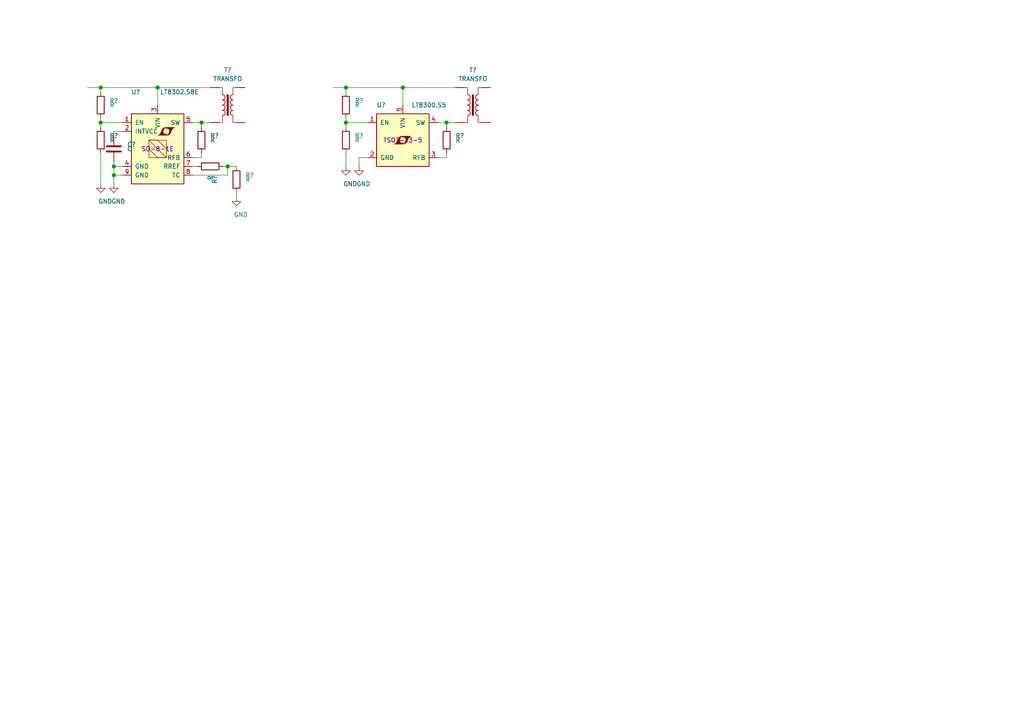
<source format=kicad_sch>
(kicad_sch (version 20201015) (generator eeschema)
  (paper "A4")
  (lib_symbols
    (symbol "ADI_Power:LT8300.S5" (pin_names (offset 1.016))
      (property "Reference" "U" (at -7.62 8.89 0))
      (property "Value" "LT8300.S5" (at 1.27 8.89 0))
      (property "Datasheet" "http://www.linear.com/product/LT8300" (at 15.24 -27.94 0))
      (symbol "LT8300.S5_0_0"
        (polyline (pts (xy 0.2032 -0.9906) (xy 0.2286 -0.9652) (xy 0.2794 -0.8636) (xy 0.2794 -0.8382) (xy 0.1524 -0.8382) (xy 0.0508 -0.8128) (xy -0.4064 -0.8128) (xy -0.4318 -0.7874) (xy -0.6858 -0.6604) (xy -0.7874 -0.5588) (xy -0.8636 -0.4318) (xy -0.9144 -0.3302) (xy -0.9144 -0.0254) (xy -0.8636 0.127) (xy -0.8382 0.2286) (xy -0.8128 0.3048) (xy -0.762 0.4318) (xy -0.7112 0.5842) (xy -0.635 0.7112) (xy -0.5842 0.8382) (xy -0.508 0.9398) (xy -0.4572 1.0414) (xy -0.3302 1.1684) (xy -0.508 1.1684) (xy -0.635 1.1176) (xy -0.7366 1.0668) (xy -0.8128 1.016) (xy -0.9398 0.9144) (xy -1.1176 0.7366) (xy -1.3716 0.2794) (xy -1.4732 0) (xy -1.4732 -0.0508) (xy -1.524 -0.1524) (xy -1.5748 -0.2794) (xy -1.6256 -0.381) (xy -1.7526 -0.5588) (xy -1.905 -0.762) (xy -2.0574 -0.9144) (xy -2.2098 -1.0414) (xy -2.3876 -1.1176) (xy -2.54 -1.1684) (xy 0.127 -1.1684) (xy 0.2032 -0.9906)) (stroke (width 0.0254)) (fill (type outline)))
        (polyline (pts (xy 0.4064 -1.143) (xy 0.4826 -1.143) (xy 0.6604 -1.0668) (xy 0.8128 -0.9652) (xy 1.0922 -0.6858) (xy 1.2192 -0.4826) (xy 1.3208 -0.2794) (xy 1.397 -0.0254) (xy 1.4224 -0.0254) (xy 1.4986 0.2286) (xy 1.7526 0.635) (xy 1.905 0.8128) (xy 2.0574 0.9652) (xy 2.2098 1.0668) (xy 2.3876 1.143) (xy 2.413 1.143) (xy 2.413 1.1684) (xy -0.1524 1.1684) (xy -0.2286 1.016) (xy -0.254 0.9906) (xy -0.3048 0.889) (xy -0.3302 0.8636) (xy -0.2794 0.8636) (xy -0.2286 0.8382) (xy 0.3048 0.8382) (xy 0.3556 0.8128) (xy 0.4064 0.8128) (xy 0.4826 0.7874) (xy 0.6096 0.7112) (xy 0.7366 0.6096) (xy 0.8128 0.4826) (xy 0.8382 0.4318) (xy 0.8636 0.4064) (xy 0.8636 0) (xy 0.8382 -0.0508) (xy 0.8382 -0.127) (xy 0.7874 -0.2286) (xy 0.762 -0.3556) (xy 0.6858 -0.508) (xy 0.635 -0.6604) (xy 0.4826 -0.9144) (xy 0.4318 -1.016) (xy 0.2794 -1.1684) (xy 0.4064 -1.143)) (stroke (width 0.0254)) (fill (type outline)))
      )
      (symbol "LT8300.S5_0_1"
        (rectangle (start -7.62 7.62) (end 7.62 -7.62) (stroke (width 0.254)) (fill (type background)))
      )
      (symbol "LT8300.S5_1_1"
        (pin input line (at -10.16 5.08 0) (length 2.54) (name "EN") (number "1"))
        (pin power_in line (at -10.16 -5.08 0) (length 2.54) (name "GND") (number "2"))
        (pin passive line (at 10.16 -5.08 180) (length 2.54) (name "RFB") (number "3"))
        (pin passive line (at 10.16 5.08 180) (length 2.54) (name "SW") (number "4"))
        (pin power_in line (at 0 10.16 270) (length 2.54) (name "VIN") (number "5"))
      )
    )
    (symbol "ADI_Power:LT8302.S8E" (pin_names (offset 1.016))
      (property "Reference" "U" (at -7.62 11.43 0))
      (property "Value" "LT8302.S8E" (at 1.27 11.43 0))
      (property "Datasheet" "http://www.linear.com/product/LT8302" (at 15.24 -20.32 0))
      (symbol "LT8302.S8E_0_0"
        (polyline (pts (xy 2.7432 4.0894) (xy 2.7686 4.1148) (xy 2.8194 4.2164) (xy 2.8194 4.2418) (xy 2.6924 4.2418) (xy 2.5908 4.2672) (xy 2.1336 4.2672) (xy 2.1082 4.2926) (xy 1.8542 4.4196) (xy 1.7526 4.5212) (xy 1.6764 4.6482) (xy 1.6256 4.7498) (xy 1.6256 5.0546) (xy 1.6764 5.207) (xy 1.7018 5.3086) (xy 1.7272 5.3848) (xy 1.778 5.5118) (xy 1.8288 5.6642) (xy 1.905 5.7912) (xy 1.9558 5.9182) (xy 2.032 6.0198) (xy 2.0828 6.1214) (xy 2.2098 6.2484) (xy 2.032 6.2484) (xy 1.905 6.1976) (xy 1.8034 6.1468) (xy 1.7272 6.096) (xy 1.6002 5.9944) (xy 1.4224 5.8166) (xy 1.1684 5.3594) (xy 1.0668 5.08) (xy 1.0668 5.0292) (xy 1.016 4.9276) (xy 0.9652 4.8006) (xy 0.9144 4.699) (xy 0.7874 4.5212) (xy 0.635 4.318) (xy 0.4826 4.1656) (xy 0.3302 4.0386) (xy 0.1524 3.9624) (xy 0 3.9116) (xy 2.667 3.9116) (xy 2.7432 4.0894)) (stroke (width 0.0254)) (fill (type outline)))
        (polyline (pts (xy 2.9464 3.937) (xy 3.0226 3.937) (xy 3.2004 4.0132) (xy 3.3528 4.1148) (xy 3.6322 4.3942) (xy 3.7592 4.5974) (xy 3.8608 4.8006) (xy 3.937 5.0546) (xy 3.9624 5.0546) (xy 4.0386 5.3086) (xy 4.2926 5.715) (xy 4.445 5.8928) (xy 4.5974 6.0452) (xy 4.7498 6.1468) (xy 4.9276 6.223) (xy 4.953 6.223) (xy 4.953 6.2484) (xy 2.3876 6.2484) (xy 2.3114 6.096) (xy 2.286 6.0706) (xy 2.2352 5.969) (xy 2.2098 5.9436) (xy 2.2606 5.9436) (xy 2.3114 5.9182) (xy 2.8448 5.9182) (xy 2.8956 5.8928) (xy 2.9464 5.8928) (xy 3.0226 5.8674) (xy 3.1496 5.7912) (xy 3.2766 5.6896) (xy 3.3528 5.5626) (xy 3.3782 5.5118) (xy 3.4036 5.4864) (xy 3.4036 5.08) (xy 3.3782 5.0292) (xy 3.3782 4.953) (xy 3.3274 4.8514) (xy 3.302 4.7244) (xy 3.2258 4.572) (xy 3.175 4.4196) (xy 3.0226 4.1656) (xy 2.9718 4.064) (xy 2.8194 3.9116) (xy 2.9464 3.937)) (stroke (width 0.0254)) (fill (type outline)))
      )
      (symbol "LT8302.S8E_0_1"
        (rectangle (start -7.62 10.16) (end 7.62 -10.16) (stroke (width 0.254)) (fill (type background)))
        (rectangle (start -2.54 2.54) (end 2.54 -2.54))
        (polyline (pts (xy -2.54 0) (xy 0 -2.54) (xy 2.54 -2.54) (xy -2.54 2.54) (xy 0 2.54) (xy 2.54 0)))
      )
      (symbol "LT8302.S8E_1_1"
        (pin input line (at -10.16 7.62 0) (length 2.54) (name "EN") (number "1"))
        (pin passive line (at -10.16 5.08 0) (length 2.54) (name "INTVCC") (number "2"))
        (pin power_in line (at 0 12.7 270) (length 2.54) (name "VIN") (number "3"))
        (pin power_in line (at -10.16 -5.08 0) (length 2.54) (name "GND") (number "4"))
        (pin passive line (at 10.16 7.62 180) (length 2.54) (name "SW") (number "5"))
        (pin passive line (at 10.16 -2.54 180) (length 2.54) (name "RFB") (number "6"))
        (pin passive line (at 10.16 -5.08 180) (length 2.54) (name "RREF") (number "7"))
        (pin passive line (at 10.16 -7.62 180) (length 2.54) (name "TC") (number "8"))
        (pin power_in line (at -10.16 -7.62 0) (length 2.54) (name "GND") (number "9"))
      )
    )
    (symbol "Device:C" (pin_numbers hide) (pin_names (offset 0.254))
      (property "Reference" "C" (at 0.635 2.54 0))
      (property "Value" "C" (at 0.635 -2.54 0))
      (symbol "C_0_1"
        (polyline (pts (xy -2.032 -0.762) (xy 2.032 -0.762)) (stroke (width 0.508)))
        (polyline (pts (xy -2.032 0.762) (xy 2.032 0.762)) (stroke (width 0.508)))
      )
      (symbol "C_1_1"
        (pin passive line (at 0 3.81 270) (length 2.794) (name "~") (number "1"))
        (pin passive line (at 0 -3.81 90) (length 2.794) (name "~") (number "2"))
      )
    )
    (symbol "Device:R" (pin_numbers hide) (pin_names (offset 0))
      (property "Reference" "R" (at 2.032 0 90))
      (property "Value" "R" (at 0 0 90))
      (symbol "R_0_1"
        (rectangle (start -1.016 -2.54) (end 1.016 2.54) (stroke (width 0.254)))
      )
      (symbol "R_1_1"
        (pin passive line (at 0 3.81 270) (length 1.27) (name "~") (number "1"))
        (pin passive line (at 0 -3.81 90) (length 1.27) (name "~") (number "2"))
      )
    )
    (symbol "Transformer:TRANSF1" (pin_numbers hide) (pin_names (offset 0))
      (property "Reference" "TR" (at 0 6.35 0))
      (property "Value" "TRANSF1" (at 0 -6.35 0))
      (symbol "TRANSF1_0_1"
        (arc (start -1.524 -3.048) (end -1.524 -1.524) (radius (at -1.524 -2.286) (length 0.762) (angles -89.9 89.9)) (stroke (width 0.2032)))
        (arc (start -1.524 -1.524) (end -1.524 0) (radius (at -1.524 -0.762) (length 0.762) (angles -89.9 89.9)) (stroke (width 0.2032)))
        (arc (start -1.524 0) (end -1.524 1.524) (radius (at -1.524 0.762) (length 0.762) (angles -89.9 89.9)) (stroke (width 0.2032)))
        (arc (start -1.524 1.524) (end -1.524 3.048) (radius (at -1.524 2.286) (length 0.762) (angles -89.9 89.9)) (stroke (width 0.2032)))
        (arc (start 1.524 -1.524) (end 1.524 -3.048) (radius (at 1.524 -2.286) (length 0.762) (angles 90.1 -90.1)) (stroke (width 0.2032)))
        (arc (start 1.524 0) (end 1.524 -1.524) (radius (at 1.524 -0.762) (length 0.762) (angles 90.1 -90.1)) (stroke (width 0.2032)))
        (arc (start 1.524 1.524) (end 1.524 0) (radius (at 1.524 0.762) (length 0.762) (angles 90.1 -90.1)) (stroke (width 0.2032)))
        (arc (start 1.524 3.048) (end 1.524 1.524) (radius (at 1.524 2.286) (length 0.762) (angles 90.1 -90.1)) (stroke (width 0.2032)))
        (rectangle (start -0.254 3.048) (end 0.254 -3.048) (stroke (width 0.0254)) (fill (type outline)))
        (polyline (pts (xy -2.54 5.08) (xy -1.524 5.08) (xy -1.524 3.048) (xy -1.524 3.048)) (stroke (width 0.1524)))
        (polyline (pts (xy -1.524 -3.048) (xy -1.524 -5.08) (xy -2.54 -5.08) (xy -2.54 -5.08)) (stroke (width 0.1524)))
        (polyline (pts (xy 1.524 3.048) (xy 1.524 5.08) (xy 2.54 5.08) (xy 2.54 5.08)) (stroke (width 0.1524)))
        (polyline (pts (xy 2.54 -5.08) (xy 1.524 -5.08) (xy 1.524 -3.048) (xy 1.524 -3.048)) (stroke (width 0.1524)))
      )
      (symbol "TRANSF1_1_1"
        (pin passive line (at -5.08 5.08 0) (length 2.54) (name "~") (number "1"))
        (pin passive line (at -5.08 -5.08 0) (length 2.54) (name "~") (number "2"))
        (pin passive line (at 5.08 -5.08 180) (length 2.54) (name "~") (number "3"))
        (pin passive line (at 5.08 5.08 180) (length 2.54) (name "~") (number "4"))
      )
    )
    (symbol "power:GND" (power) (pin_names (offset 0))
      (property "Value" "GND" (at 0 -3.81 0))
      (symbol "GND_0_1"
        (polyline (pts (xy 0 0) (xy 0 -1.27) (xy 1.27 -1.27) (xy 0 -2.54) (xy -1.27 -1.27) (xy 0 -1.27)))
      )
      (symbol "GND_1_1"
        (pin power_in line (at 0 0 270) (length 0) hide (name "GND") (number "1"))
      )
    )
  )
  (junction (at 29.21 25.4) (diameter 1.016))
  (junction (at 29.21 35.56) (diameter 1.016))
  (junction (at 33.02 48.26) (diameter 1.016))
  (junction (at 33.02 50.8) (diameter 1.016))
  (junction (at 45.72 25.4) (diameter 1.016))
  (junction (at 58.42 35.56) (diameter 1.016))
  (junction (at 66.04 48.26) (diameter 1.016))
  (junction (at 100.33 25.4) (diameter 1.016))
  (junction (at 100.33 35.56) (diameter 1.016))
  (junction (at 116.84 25.4) (diameter 1.016))
  (junction (at 129.54 35.56) (diameter 1.016))
  (wire (pts (xy 25.4 25.4) (xy 29.21 25.4)))
  (wire (pts (xy 29.21 25.4) (xy 29.21 26.67)))
  (wire (pts (xy 29.21 25.4) (xy 45.72 25.4)))
  (wire (pts (xy 29.21 34.29) (xy 29.21 35.56)))
  (wire (pts (xy 29.21 35.56) (xy 29.21 36.83)))
  (wire (pts (xy 29.21 44.45) (xy 29.21 53.34)))
  (wire (pts (xy 33.02 38.1) (xy 33.02 39.37)))
  (wire (pts (xy 33.02 46.99) (xy 33.02 48.26)))
  (wire (pts (xy 33.02 48.26) (xy 33.02 50.8)))
  (wire (pts (xy 33.02 50.8) (xy 33.02 53.34)))
  (wire (pts (xy 35.56 35.56) (xy 29.21 35.56)))
  (wire (pts (xy 35.56 38.1) (xy 33.02 38.1)))
  (wire (pts (xy 35.56 48.26) (xy 33.02 48.26)))
  (wire (pts (xy 35.56 50.8) (xy 33.02 50.8)))
  (wire (pts (xy 45.72 25.4) (xy 60.96 25.4)))
  (wire (pts (xy 45.72 30.48) (xy 45.72 25.4)))
  (wire (pts (xy 55.88 35.56) (xy 58.42 35.56)))
  (wire (pts (xy 55.88 45.72) (xy 58.42 45.72)))
  (wire (pts (xy 55.88 48.26) (xy 57.15 48.26)))
  (wire (pts (xy 55.88 50.8) (xy 66.04 50.8)))
  (wire (pts (xy 58.42 35.56) (xy 58.42 36.83)))
  (wire (pts (xy 58.42 35.56) (xy 60.96 35.56)))
  (wire (pts (xy 58.42 45.72) (xy 58.42 44.45)))
  (wire (pts (xy 64.77 48.26) (xy 66.04 48.26)))
  (wire (pts (xy 66.04 48.26) (xy 68.58 48.26)))
  (wire (pts (xy 66.04 50.8) (xy 66.04 48.26)))
  (wire (pts (xy 68.58 55.88) (xy 68.58 57.15)))
  (wire (pts (xy 96.52 25.4) (xy 100.33 25.4)))
  (wire (pts (xy 100.33 25.4) (xy 100.33 26.67)))
  (wire (pts (xy 100.33 25.4) (xy 116.84 25.4)))
  (wire (pts (xy 100.33 34.29) (xy 100.33 35.56)))
  (wire (pts (xy 100.33 35.56) (xy 100.33 36.83)))
  (wire (pts (xy 100.33 44.45) (xy 100.33 48.26)))
  (wire (pts (xy 104.14 45.72) (xy 104.14 48.26)))
  (wire (pts (xy 104.14 45.72) (xy 106.68 45.72)))
  (wire (pts (xy 106.68 35.56) (xy 100.33 35.56)))
  (wire (pts (xy 116.84 25.4) (xy 132.08 25.4)))
  (wire (pts (xy 116.84 30.48) (xy 116.84 25.4)))
  (wire (pts (xy 127 35.56) (xy 129.54 35.56)))
  (wire (pts (xy 127 45.72) (xy 129.54 45.72)))
  (wire (pts (xy 129.54 35.56) (xy 129.54 36.83)))
  (wire (pts (xy 129.54 35.56) (xy 132.08 35.56)))
  (wire (pts (xy 129.54 45.72) (xy 129.54 44.45)))
  (symbol (lib_id "power:GND") (at 29.21 53.34 0) (unit 1)
    (property "Reference" "#PWR?" (effects hide))
    (property "Value" "GND" (at 30.48 58.42 0))
  )
  (symbol (lib_id "power:GND") (at 33.02 53.34 0) (unit 1)
    (property "Reference" "#PWR?" (effects hide))
    (property "Value" "GND" (at 34.29 58.42 0))
  )
  (symbol (lib_id "power:GND") (at 68.58 57.15 0) (unit 1)
    (property "Reference" "#PWR?" (effects hide))
    (property "Value" "GND" (at 69.85 62.23 0))
  )
  (symbol (lib_id "power:GND") (at 100.33 48.26 0) (unit 1)
    (property "Reference" "#PWR?" (effects hide))
    (property "Value" "GND" (at 101.6 53.34 0))
  )
  (symbol (lib_id "power:GND") (at 104.14 48.26 0) (unit 1)
    (property "Reference" "#PWR?" (effects hide))
    (property "Value" "GND" (at 105.41 53.34 0))
  )
  (symbol (lib_id "Device:R") (at 29.21 30.48 0) (unit 1)
    (property "Reference" "R?" (at 31.75 29.21 0) (effects (justify left)))
    (property "Value" "R" (at 31.75 30.48 0) (effects (justify left)))
  )
  (symbol (lib_id "Device:R") (at 29.21 40.64 0) (unit 1)
    (property "Reference" "R?" (at 31.75 39.37 0) (effects (justify left)))
    (property "Value" "R" (at 31.75 40.64 0) (effects (justify left)))
  )
  (symbol (lib_id "Device:R") (at 58.42 40.64 0) (unit 1)
    (property "Reference" "R?" (at 60.96 39.37 0) (effects (justify left)))
    (property "Value" "R" (at 60.96 40.64 0) (effects (justify left)))
  )
  (symbol (lib_id "Device:R") (at 60.96 48.26 270) (unit 1)
    (property "Reference" "R?" (at 62.23 50.8 0) (effects (justify left)))
    (property "Value" "R" (at 60.96 50.8 0) (effects (justify left)))
  )
  (symbol (lib_id "Device:R") (at 68.58 52.07 0) (unit 1)
    (property "Reference" "R?" (at 71.12 50.8 0) (effects (justify left)))
    (property "Value" "R" (at 71.12 52.07 0) (effects (justify left)))
  )
  (symbol (lib_id "Device:R") (at 100.33 30.48 0) (unit 1)
    (property "Reference" "R?" (at 102.87 29.21 0) (effects (justify left)))
    (property "Value" "R" (at 102.87 30.48 0) (effects (justify left)))
  )
  (symbol (lib_id "Device:R") (at 100.33 40.64 0) (unit 1)
    (property "Reference" "R?" (at 102.87 39.37 0) (effects (justify left)))
    (property "Value" "R" (at 102.87 40.64 0) (effects (justify left)))
  )
  (symbol (lib_id "Device:R") (at 129.54 40.64 0) (unit 1)
    (property "Reference" "R?" (at 132.08 39.37 0) (effects (justify left)))
    (property "Value" "R" (at 132.08 40.64 0) (effects (justify left)))
  )
  (symbol (lib_id "Device:C") (at 33.02 43.18 0) (unit 1)
    (property "Reference" "C?" (at 36.83 41.91 0) (effects (justify left)))
    (property "Value" "C" (at 36.83 43.18 0) (effects (justify left)))
  )
  (symbol (lib_id "Transformer:TRANSF1") (at 66.04 30.48 0) (unit 1)
    (property "Reference" "T?" (at 66.04 20.32 0))
    (property "Value" "TRANSFO" (at 66.04 22.86 0))
  )
  (symbol (lib_id "Transformer:TRANSF1") (at 137.16 30.48 0) (unit 1)
    (property "Reference" "T?" (at 137.16 20.32 0))
    (property "Value" "TRANSFO" (at 137.16 22.86 0))
  )
  (symbol (lib_id "ADI_Power:LT8300.S5") (at 116.84 40.64 0) (unit 1)
    (property "Reference" "U?" (at 109.22 30.48 0) (effects (justify left)))
    (property "Value" "LT8300.S5" (at 119.38 30.48 0) (effects (justify left)))
    (property "Footprint" "TSOT-23-5" (at 116.84 40.64 0))
  )
  (symbol (lib_id "ADI_Power:LT8302.S8E") (at 45.72 43.18 0) (unit 1)
    (property "Reference" "U?" (at 39.37 26.67 0))
    (property "Value" "LT8302.S8E" (at 52.07 26.67 0))
    (property "Footprint" "SO-8-1E" (at 45.72 43.18 0))
  )
)
</source>
